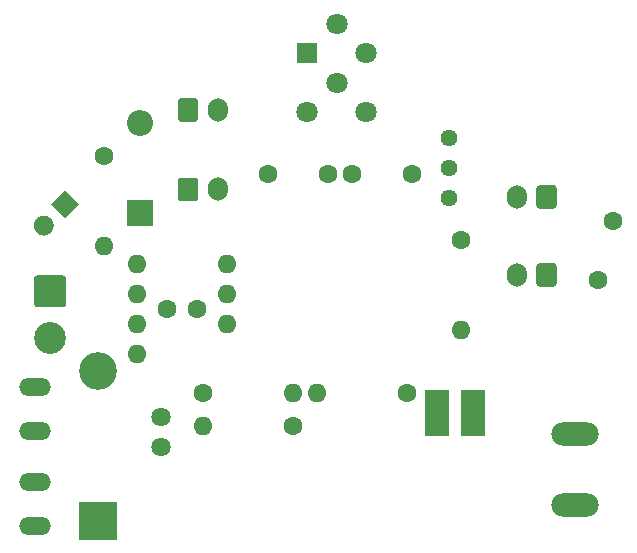
<source format=gbs>
G04 #@! TF.GenerationSoftware,KiCad,Pcbnew,(5.1.10)-1*
G04 #@! TF.CreationDate,2022-02-14T20:21:52+09:00*
G04 #@! TF.ProjectId,Integrated_Power_Board,496e7465-6772-4617-9465-645f506f7765,rev?*
G04 #@! TF.SameCoordinates,Original*
G04 #@! TF.FileFunction,Soldermask,Bot*
G04 #@! TF.FilePolarity,Negative*
%FSLAX46Y46*%
G04 Gerber Fmt 4.6, Leading zero omitted, Abs format (unit mm)*
G04 Created by KiCad (PCBNEW (5.1.10)-1) date 2022-02-14 20:21:52*
%MOMM*%
%LPD*%
G01*
G04 APERTURE LIST*
%ADD10C,0.100000*%
%ADD11O,1.700000X2.000000*%
%ADD12O,2.700000X1.500000*%
%ADD13O,1.600000X1.600000*%
%ADD14R,2.000000X4.000000*%
%ADD15C,1.635000*%
%ADD16C,1.600000*%
%ADD17C,1.800000*%
%ADD18R,1.800000X1.800000*%
%ADD19O,4.000000X2.000000*%
%ADD20C,1.440000*%
%ADD21R,2.200000X2.200000*%
%ADD22O,2.200000X2.200000*%
%ADD23R,3.200000X3.200000*%
%ADD24O,3.200000X3.200000*%
%ADD25C,2.700000*%
G04 APERTURE END LIST*
G36*
G01*
X123967908Y-89714010D02*
X123967908Y-89714010D01*
G75*
G02*
X125169990Y-89714010I601041J-601041D01*
G01*
X125169990Y-89714010D01*
G75*
G02*
X125169990Y-90916092I-601041J-601041D01*
G01*
X125169990Y-90916092D01*
G75*
G02*
X123967908Y-90916092I-601041J601041D01*
G01*
X123967908Y-90916092D01*
G75*
G02*
X123967908Y-89714010I601041J601041D01*
G01*
G37*
D10*
G36*
X125162918Y-88519000D02*
G01*
X126365000Y-87316918D01*
X127567082Y-88519000D01*
X126365000Y-89721082D01*
X125162918Y-88519000D01*
G37*
G36*
G01*
X135929000Y-81268000D02*
X135929000Y-79768000D01*
G75*
G02*
X136179000Y-79518000I250000J0D01*
G01*
X137379000Y-79518000D01*
G75*
G02*
X137629000Y-79768000I0J-250000D01*
G01*
X137629000Y-81268000D01*
G75*
G02*
X137379000Y-81518000I-250000J0D01*
G01*
X136179000Y-81518000D01*
G75*
G02*
X135929000Y-81268000I0J250000D01*
G01*
G37*
D11*
X139279000Y-80518000D03*
D12*
X123825000Y-104005000D03*
X123825000Y-107705000D03*
X123825000Y-112005000D03*
X123825000Y-115705000D03*
D13*
X132461000Y-93599000D03*
X140081000Y-98679000D03*
X132461000Y-96139000D03*
X140081000Y-96139000D03*
X132461000Y-98679000D03*
X140081000Y-93599000D03*
X132461000Y-101219000D03*
D14*
X160909000Y-106144000D03*
X157861000Y-106144000D03*
D15*
X134493000Y-106553000D03*
X134493000Y-109093000D03*
D16*
X138049000Y-104521000D03*
D13*
X145669000Y-104521000D03*
D17*
X149352000Y-73232000D03*
X149352000Y-78232000D03*
X151852000Y-80732000D03*
X146852000Y-80732000D03*
X151852000Y-75732000D03*
D18*
X146852000Y-75732000D03*
D16*
X155703000Y-85909000D03*
X150703000Y-85909000D03*
X143591000Y-85909000D03*
X148591000Y-85909000D03*
X137501000Y-97409000D03*
X135001000Y-97409000D03*
D19*
X169545000Y-107950000D03*
X169545000Y-113950000D03*
D20*
X158877000Y-82931000D03*
X158877000Y-85471000D03*
X158877000Y-88011000D03*
D16*
X172720000Y-89916000D03*
X171520000Y-94916000D03*
D13*
X129667000Y-92075000D03*
D16*
X129667000Y-84455000D03*
X159893000Y-91567000D03*
D13*
X159893000Y-99187000D03*
D16*
X155321000Y-104521000D03*
D13*
X147701000Y-104521000D03*
D16*
X145669000Y-107315000D03*
D13*
X138049000Y-107315000D03*
G36*
G01*
X135929000Y-87999000D02*
X135929000Y-86499000D01*
G75*
G02*
X136179000Y-86249000I250000J0D01*
G01*
X137379000Y-86249000D01*
G75*
G02*
X137629000Y-86499000I0J-250000D01*
G01*
X137629000Y-87999000D01*
G75*
G02*
X137379000Y-88249000I-250000J0D01*
G01*
X136179000Y-88249000D01*
G75*
G02*
X135929000Y-87999000I0J250000D01*
G01*
G37*
D11*
X139279000Y-87249000D03*
X164632000Y-87884000D03*
G36*
G01*
X167982000Y-87134000D02*
X167982000Y-88634000D01*
G75*
G02*
X167732000Y-88884000I-250000J0D01*
G01*
X166532000Y-88884000D01*
G75*
G02*
X166282000Y-88634000I0J250000D01*
G01*
X166282000Y-87134000D01*
G75*
G02*
X166532000Y-86884000I250000J0D01*
G01*
X167732000Y-86884000D01*
G75*
G02*
X167982000Y-87134000I0J-250000D01*
G01*
G37*
X164632000Y-94488000D03*
G36*
G01*
X167982000Y-93738000D02*
X167982000Y-95238000D01*
G75*
G02*
X167732000Y-95488000I-250000J0D01*
G01*
X166532000Y-95488000D01*
G75*
G02*
X166282000Y-95238000I0J250000D01*
G01*
X166282000Y-93738000D01*
G75*
G02*
X166532000Y-93488000I250000J0D01*
G01*
X167732000Y-93488000D01*
G75*
G02*
X167982000Y-93738000I0J-250000D01*
G01*
G37*
D21*
X132715000Y-89281000D03*
D22*
X132715000Y-81661000D03*
D23*
X129159000Y-115316000D03*
D24*
X129159000Y-102616000D03*
G36*
G01*
X123995001Y-94535000D02*
X126194999Y-94535000D01*
G75*
G02*
X126445000Y-94785001I0J-250001D01*
G01*
X126445000Y-96984999D01*
G75*
G02*
X126194999Y-97235000I-250001J0D01*
G01*
X123995001Y-97235000D01*
G75*
G02*
X123745000Y-96984999I0J250001D01*
G01*
X123745000Y-94785001D01*
G75*
G02*
X123995001Y-94535000I250001J0D01*
G01*
G37*
D25*
X125095000Y-99845000D03*
M02*

</source>
